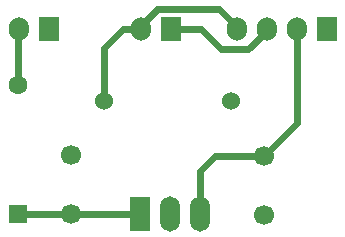
<source format=gbr>
G04*
G04 #@! TF.GenerationSoftware,Altium Limited,Altium Designer,25.1.2 (22)*
G04*
G04 Layer_Physical_Order=1*
G04 Layer_Color=255*
%FSLAX24Y24*%
%MOIN*%
G70*
G04*
G04 #@! TF.SameCoordinates,545F9C5F-1BCE-4890-BA7A-5F1D09497C19*
G04*
G04*
G04 #@! TF.FilePolarity,Positive*
G04*
G01*
G75*
%ADD18C,0.0630*%
%ADD19R,0.0630X0.0630*%
%ADD21C,0.0236*%
%ADD22C,0.0669*%
%ADD23O,0.0669X0.0787*%
%ADD24R,0.0669X0.0787*%
%ADD25R,0.0669X0.1181*%
%ADD26O,0.0669X0.1181*%
%ADD27C,0.0600*%
D18*
X19500Y44041D02*
D03*
D19*
Y39759D02*
D03*
D21*
X22374Y43500D02*
Y45274D01*
X23000Y45900D01*
X23600D01*
X28800Y42784D02*
Y45906D01*
X27700Y41684D02*
X28800Y42784D01*
X26084Y41684D02*
X27700D01*
X25575Y41175D02*
X26084Y41684D01*
X25575Y39759D02*
Y41175D01*
X21281Y39759D02*
X23575D01*
X19500D02*
X21281D01*
X19519Y45881D02*
X19538Y45900D01*
X19519Y44060D02*
Y45881D01*
X19500Y44041D02*
X19519Y44060D01*
X26800Y45906D02*
Y45965D01*
X26196Y46569D02*
X26800Y45965D01*
X24151Y46569D02*
X26196D01*
X23600Y46018D02*
X24151Y46569D01*
X23600Y45900D02*
Y46018D01*
X27800Y45847D02*
Y45906D01*
X27190Y45237D02*
X27800Y45847D01*
X26266Y45237D02*
X27190D01*
X25603Y45900D02*
X26266Y45237D01*
X24600Y45900D02*
X25603D01*
D22*
X27700Y41684D02*
D03*
Y39716D02*
D03*
X21281Y39759D02*
D03*
Y41728D02*
D03*
D23*
X23600Y45900D02*
D03*
X27800Y45906D02*
D03*
X28800D02*
D03*
X26800D02*
D03*
X19538Y45900D02*
D03*
D24*
X24600D02*
D03*
X29800Y45906D02*
D03*
X20538Y45900D02*
D03*
D25*
X23575Y39759D02*
D03*
D26*
X24575D02*
D03*
X25575D02*
D03*
D27*
X22374Y43500D02*
D03*
X26626D02*
D03*
M02*

</source>
